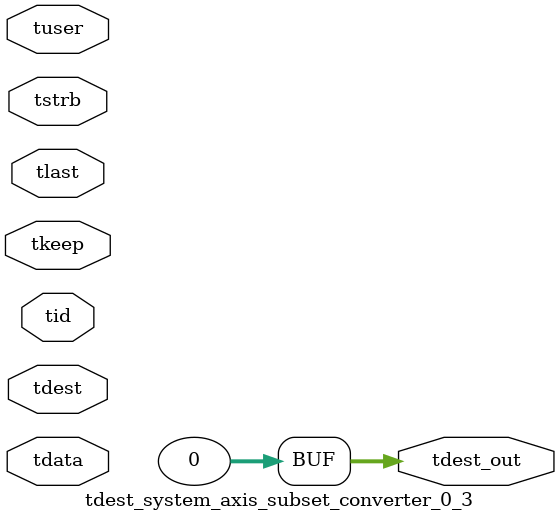
<source format=v>


`timescale 1ps/1ps

module tdest_system_axis_subset_converter_0_3 #
(
parameter C_S_AXIS_TDATA_WIDTH = 32,
parameter C_S_AXIS_TUSER_WIDTH = 0,
parameter C_S_AXIS_TID_WIDTH   = 0,
parameter C_S_AXIS_TDEST_WIDTH = 0,
parameter C_M_AXIS_TDEST_WIDTH = 32
)
(
input  [(C_S_AXIS_TDATA_WIDTH == 0 ? 1 : C_S_AXIS_TDATA_WIDTH)-1:0     ] tdata,
input  [(C_S_AXIS_TUSER_WIDTH == 0 ? 1 : C_S_AXIS_TUSER_WIDTH)-1:0     ] tuser,
input  [(C_S_AXIS_TID_WIDTH   == 0 ? 1 : C_S_AXIS_TID_WIDTH)-1:0       ] tid,
input  [(C_S_AXIS_TDEST_WIDTH == 0 ? 1 : C_S_AXIS_TDEST_WIDTH)-1:0     ] tdest,
input  [(C_S_AXIS_TDATA_WIDTH/8)-1:0 ] tkeep,
input  [(C_S_AXIS_TDATA_WIDTH/8)-1:0 ] tstrb,
input                                                                    tlast,
output [C_M_AXIS_TDEST_WIDTH-1:0] tdest_out
);

assign tdest_out = {1'b0};

endmodule


</source>
